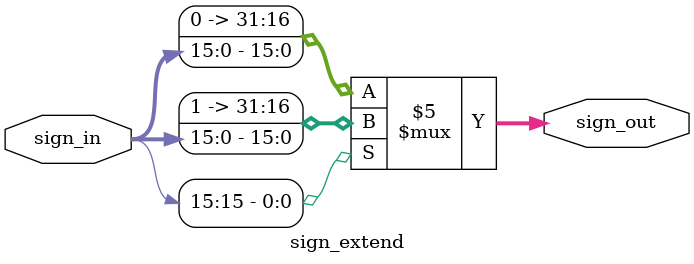
<source format=v>


//`include "constants.h"
`timescale 1ns/1ps

module PC(reset,clock,pc_in, pc_out);
input reset,clock;
input [31:0]  pc_in;
output [31:0] pc_out;

reg [31:0] pc_out;


always @(negedge clock or reset)
begin
if (reset == 1'b1)
   pc_out <= pc_in;
else 
   pc_out = 32'h0;
end
   endmodule 

module add(in_add,out_add);
input [31:0]in_add ;
output [31:0] out_add ; 

assign out_add = in_add + 1 ;
endmodule   

//Instruction memory
module Instruction_mem (im_ra, im_out);
 input [31:0] im_ra;
 output [31:0] im_out;

 reg [31:0] data [31:0];


 assign im_out = data[im_ra];

endmodule


// Small ALU. 
//     Inputs: inA, inB, op. 
//     Output: out, zero
// Operations: bitwise and (op = 0)
//             bitwise or  (op = 1)
//             addition (op = 2)
//             subtraction (op = 6)
//             slt  (op = 7)
//             nor (op = 12)
module ALU (out, zero, inA, inB, op);

  output [31:0] out;
  output zero;
  input  [31:0] inA, inB;
  input    [3:0] op;

  assign out = 
			(op == 4'b0000) ? inA & inB :
			(op == 4'b0001) ? inA | inB :
			(op == 4'b0010) ? inA + inB : 
			(op == 4'b0110) ? inA - inB : 
			(op == 4'b0111) ? ((inA < inB)?1:0) : 
			(op == 4'b1100) ? ~(inA | inB) :
			'bx;

  assign zero = (out == 0);
endmodule






// Memory (active 1024 words, from 10 address ).
// Read : enable ren, address addr, data dout
// Write: enable wen, address addr, data din.
module Memory (ren, wen, addr, din, dout);
  input         ren, wen;
  input  [31:0] addr, din;
  output [31:0] dout;

  reg [31:0] data[4095:0];
  wire [31:0] dout;

  always @(ren or wen)   // It does not correspond to hardware. Just for error detection
    if (ren & wen)
      $display ("\nMemory ERROR (time %0d): ren and wen both active!\n", $time);

  always @(posedge ren or posedge wen) begin // It does not correspond to hardware. Just for error detection
    if (addr[31:10] != 0)
      $display("Memory WARNING (time %0d): address msbs are not zero\n", $time);
  end  

  assign dout = ((wen==1'b0) && (ren==1'b1)) ? data[addr[9:0]] : 32'bx;  
  
  always @(din or wen or ren or addr)
   begin
    if ((wen == 1'b1) && (ren==1'b0))
        data[addr[9:0]] <= din;
   end

endmodule




// Register File. Input ports: address raA, data rdA
//                            address raB, data rdB
//                Write port: address wa, data wd, enable wen.

module RegFile (clock, reset, raA, raB, wa, wen, wd, rdA, rdB);

  input  clock, reset;
  input   [4:0] raA, raB, wa;
  input         wen;
  input  [31:0] wd;
  output [31:0] rdA, rdB;
  integer i;
  
  reg [31:0] data[31:0];
  
  assign rdA =  data[raA];
  assign rdB = data[raB];

  
  // Make sure  that register file is only written at the negative edge of the clock 
  always @(negedge clock or reset)
   begin
    if (reset == 1'b0)
        for (i = 0; i < 32; i = i+1)
           data[i] <= i; 
    else if (wen == 1'b1 && wa != 5'b0)  // In MIPS, R0 should always remain 0
           data[wa] <=  wd;
   end

endmodule





// Module to control the data path. 
//                          Input: op, func of the inpstruction
//                          Output: all the control signals needed 


module Control(opcode,RegWrite,RegDst,MemRead,AluSrc,Branch,MemWrite,MemToReg,ALUop);

 

  input [5:0] opcode; 
 
  output RegWrite,RegDst,AluSrc,Branch,MemWrite,MemToReg,MemRead;
  output [1:0] ALUop;

  reg RegWrite ,MemWrite ,Branch ,RegDst ,MemToReg, AluSrc,MemRead;
  reg [1:0] ALUop;
  
  
 always@(*) begin
  if(opcode == 6'b000000) //R-Type
    begin
     RegWrite = 1'b1;
     RegDst = 1'b1;
     AluSrc = 1'b0;
     Branch = 1'b0;
     MemWrite = 1'b0;
     MemToReg = 1'b0;
     ALUop = 2'b10;
     MemRead =1'b0;
   end
   
   else if (opcode == 6'b100011) //lw
    begin
     RegWrite = 1'b1;
     RegDst = 1'b0;
     AluSrc = 1'b1;
     Branch = 1'b0;
     MemWrite = 1'b0;
     MemToReg = 1'b1;
     ALUop = 2'b00;
     MemRead = 1'b1;
    end
    
   else if (opcode == 6'b101011) //sw
    begin
     RegWrite = 1'b0;
     RegDst = 1'bx;
     AluSrc = 1'b1;
     Branch = 1'b0;
     MemWrite = 1'b1;
     MemToReg = 1'bx;
     ALUop = 2'b00;
     MemRead =1'b0;
    end
   
   else if (opcode == 6'b000100) //beq
   begin
    RegWrite = 1'b0;
    RegDst = 1'bx;
    AluSrc = 1'b0;
    Branch = 1'b1;
    MemWrite = 1'b0;
    MemToReg = 1'bx;
    ALUop = 2'b01;
    MemRead =1'b0;
   end
  
  else if (opcode == 6'b001000) //addi
   begin
    RegWrite = 1'b1;
    RegDst = 1'b0;
    AluSrc = 1'b1;
    Branch = 1'b0;
    MemWrite = 1'b0;
    MemToReg = 1'b0;
    ALUop = 2'b00;
    MemRead =1'b0;
   end
 end//always
  //else if (opcode == 6'b000010) // j
  
endmodule //endofcontrol


module ALUControl(aluop,func,ALUcontrol);
    
  input [5:0] func;
  input [1:0] aluop;
  output [3:0] ALUcontrol;
  reg [3:0] ALUcontrol; 
  
  always@(*) begin
 if(aluop == 2'b10) 
 begin
   
  ALUcontrol =
  		(func == 6'b100000) ? 4'b0010:
		(func == 6'b100010) ? 4'b0110:
		(func == 6'b100100) ? 4'b0000: 
		(func == 6'b100101) ? 4'b0001: 
		(func == 6'b101010) ? 4'b0111:
		 'bx;
	end else if (aluop == 2'b00)begin 
		ALUcontrol = 4'b0010;
			
	end else if (aluop == 2'b01)begin 
		ALUcontrol = 4'b0110;
			
	end 

  
end 
  
endmodule //endofalucontrol

module sign_extend(sign_in,sign_out);
  
input [15:0] sign_in;
output [31:0] sign_out;
reg [31:0] sign_out;
always@(*)begin 
if (sign_in[15] == 1'b1) begin 
  
  sign_out = {16'hffff,sign_in};
end 
else sign_out = {16'h0000,sign_in};
  
end 

 
endmodule 
  






 
   
  


</source>
